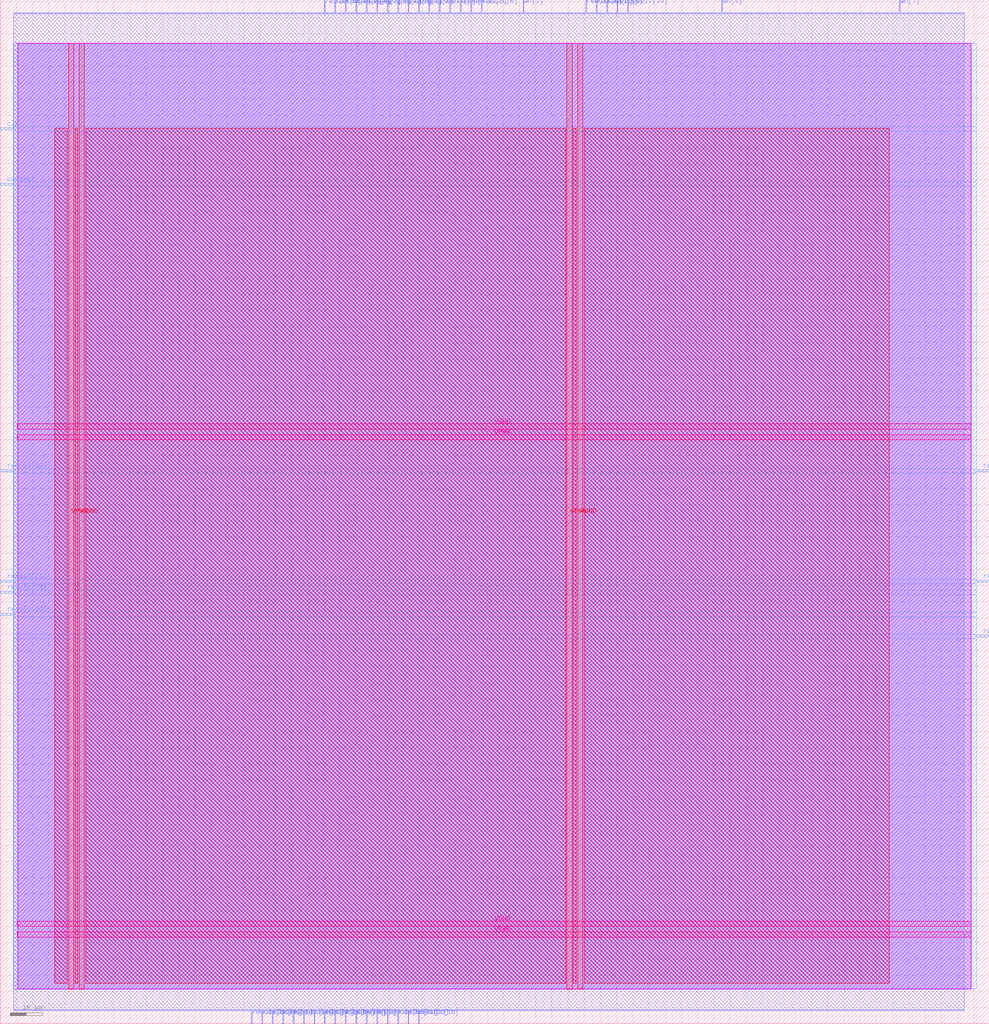
<source format=lef>
VERSION 5.7 ;
  NOWIREEXTENSIONATPIN ON ;
  DIVIDERCHAR "/" ;
  BUSBITCHARS "[]" ;
MACRO semi_cpu
  CLASS BLOCK ;
  FOREIGN semi_cpu ;
  ORIGIN 0.000 0.000 ;
  SIZE 304.755 BY 315.475 ;
  PIN VGND
    DIRECTION INOUT ;
    USE GROUND ;
    PORT
      LAYER met4 ;
        RECT 24.340 10.640 25.940 302.160 ;
    END
    PORT
      LAYER met4 ;
        RECT 177.940 10.640 179.540 302.160 ;
    END
    PORT
      LAYER met5 ;
        RECT 5.280 30.030 299.240 31.630 ;
    END
    PORT
      LAYER met5 ;
        RECT 5.280 183.210 299.240 184.810 ;
    END
  END VGND
  PIN VPWR
    DIRECTION INOUT ;
    USE POWER ;
    PORT
      LAYER met4 ;
        RECT 21.040 10.640 22.640 302.160 ;
    END
    PORT
      LAYER met4 ;
        RECT 174.640 10.640 176.240 302.160 ;
    END
    PORT
      LAYER met5 ;
        RECT 5.280 26.730 299.240 28.330 ;
    END
    PORT
      LAYER met5 ;
        RECT 5.280 179.910 299.240 181.510 ;
    END
  END VPWR
  PIN an[0]
    DIRECTION OUTPUT ;
    USE SIGNAL ;
    ANTENNADIFFAREA 0.795200 ;
    PORT
      LAYER met2 ;
        RECT 141.770 311.475 142.050 315.475 ;
    END
  END an[0]
  PIN an[1]
    DIRECTION OUTPUT ;
    USE SIGNAL ;
    ANTENNADIFFAREA 0.795200 ;
    PORT
      LAYER met2 ;
        RECT 138.550 311.475 138.830 315.475 ;
    END
  END an[1]
  PIN an[2]
    DIRECTION OUTPUT ;
    USE SIGNAL ;
    ANTENNADIFFAREA 0.445500 ;
    PORT
      LAYER met2 ;
        RECT 116.010 0.000 116.290 4.000 ;
    END
  END an[2]
  PIN an[3]
    DIRECTION OUTPUT ;
    USE SIGNAL ;
    ANTENNADIFFAREA 0.795200 ;
    PORT
      LAYER met2 ;
        RECT 161.090 311.475 161.370 315.475 ;
    END
  END an[3]
  PIN an[4]
    DIRECTION OUTPUT ;
    USE SIGNAL ;
    ANTENNADIFFAREA 0.795200 ;
    PORT
      LAYER met2 ;
        RECT 222.270 311.475 222.550 315.475 ;
    END
  END an[4]
  PIN an[5]
    DIRECTION OUTPUT ;
    USE SIGNAL ;
    ANTENNADIFFAREA 0.795200 ;
    PORT
      LAYER met2 ;
        RECT 190.070 311.475 190.350 315.475 ;
    END
  END an[5]
  PIN an[6]
    DIRECTION OUTPUT ;
    USE SIGNAL ;
    ANTENNADIFFAREA 0.445500 ;
    PORT
      LAYER met2 ;
        RECT 112.790 0.000 113.070 4.000 ;
    END
  END an[6]
  PIN an[7]
    DIRECTION OUTPUT ;
    USE SIGNAL ;
    ANTENNADIFFAREA 0.795200 ;
    PORT
      LAYER met2 ;
        RECT 277.010 311.475 277.290 315.475 ;
    END
  END an[7]
  PIN clk
    DIRECTION INPUT ;
    USE SIGNAL ;
    ANTENNAGATEAREA 0.852000 ;
    PORT
      LAYER met3 ;
        RECT 0.000 275.440 4.000 276.040 ;
    END
  END clk
  PIN control
    DIRECTION INPUT ;
    USE SIGNAL ;
    ANTENNAGATEAREA 0.126000 ;
    PORT
      LAYER met3 ;
        RECT 0.000 258.440 4.000 259.040 ;
    END
  END control
  PIN reset
    DIRECTION INPUT ;
    USE SIGNAL ;
    ANTENNAGATEAREA 0.247500 ;
    ANTENNADIFFAREA 0.434700 ;
    PORT
      LAYER met2 ;
        RECT 87.030 0.000 87.310 4.000 ;
    END
  END reset
  PIN result[0]
    DIRECTION OUTPUT ;
    USE SIGNAL ;
    ANTENNADIFFAREA 0.795200 ;
    PORT
      LAYER met2 ;
        RECT 106.350 311.475 106.630 315.475 ;
    END
  END result[0]
  PIN result[10]
    DIRECTION OUTPUT ;
    USE SIGNAL ;
    ANTENNADIFFAREA 0.795200 ;
    PORT
      LAYER met2 ;
        RECT 193.290 311.475 193.570 315.475 ;
    END
  END result[10]
  PIN result[11]
    DIRECTION OUTPUT ;
    USE SIGNAL ;
    ANTENNADIFFAREA 0.445500 ;
    PORT
      LAYER met3 ;
        RECT 300.755 170.040 304.755 170.640 ;
    END
  END result[11]
  PIN result[12]
    DIRECTION OUTPUT ;
    USE SIGNAL ;
    ANTENNADIFFAREA 0.445500 ;
    PORT
      LAYER met3 ;
        RECT 0.000 170.040 4.000 170.640 ;
    END
  END result[12]
  PIN result[13]
    DIRECTION OUTPUT ;
    USE SIGNAL ;
    ANTENNADIFFAREA 0.445500 ;
    PORT
      LAYER met3 ;
        RECT 300.755 136.040 304.755 136.640 ;
    END
  END result[13]
  PIN result[14]
    DIRECTION OUTPUT ;
    USE SIGNAL ;
    ANTENNADIFFAREA 0.445500 ;
    PORT
      LAYER met3 ;
        RECT 300.755 119.040 304.755 119.640 ;
    END
  END result[14]
  PIN result[15]
    DIRECTION OUTPUT ;
    USE SIGNAL ;
    ANTENNADIFFAREA 0.445500 ;
    PORT
      LAYER met2 ;
        RECT 119.230 0.000 119.510 4.000 ;
    END
  END result[15]
  PIN result[16]
    DIRECTION OUTPUT ;
    USE SIGNAL ;
    ANTENNADIFFAREA 0.445500 ;
    PORT
      LAYER met2 ;
        RECT 128.890 0.000 129.170 4.000 ;
    END
  END result[16]
  PIN result[17]
    DIRECTION OUTPUT ;
    USE SIGNAL ;
    ANTENNADIFFAREA 0.445500 ;
    PORT
      LAYER met2 ;
        RECT 122.450 0.000 122.730 4.000 ;
    END
  END result[17]
  PIN result[18]
    DIRECTION OUTPUT ;
    USE SIGNAL ;
    ANTENNADIFFAREA 0.445500 ;
    PORT
      LAYER met2 ;
        RECT 125.670 0.000 125.950 4.000 ;
    END
  END result[18]
  PIN result[19]
    DIRECTION OUTPUT ;
    USE SIGNAL ;
    ANTENNADIFFAREA 0.445500 ;
    PORT
      LAYER met2 ;
        RECT 103.130 0.000 103.410 4.000 ;
    END
  END result[19]
  PIN result[1]
    DIRECTION OUTPUT ;
    USE SIGNAL ;
    ANTENNADIFFAREA 0.795200 ;
    PORT
      LAYER met2 ;
        RECT 99.910 311.475 100.190 315.475 ;
    END
  END result[1]
  PIN result[20]
    DIRECTION OUTPUT ;
    USE SIGNAL ;
    ANTENNADIFFAREA 0.445500 ;
    PORT
      LAYER met3 ;
        RECT 0.000 125.840 4.000 126.440 ;
    END
  END result[20]
  PIN result[21]
    DIRECTION OUTPUT ;
    USE SIGNAL ;
    ANTENNADIFFAREA 0.445500 ;
    PORT
      LAYER met2 ;
        RECT 83.810 0.000 84.090 4.000 ;
    END
  END result[21]
  PIN result[22]
    DIRECTION OUTPUT ;
    USE SIGNAL ;
    ANTENNADIFFAREA 0.445500 ;
    PORT
      LAYER met2 ;
        RECT 96.690 0.000 96.970 4.000 ;
    END
  END result[22]
  PIN result[23]
    DIRECTION OUTPUT ;
    USE SIGNAL ;
    ANTENNADIFFAREA 0.445500 ;
    PORT
      LAYER met2 ;
        RECT 77.370 0.000 77.650 4.000 ;
    END
  END result[23]
  PIN result[24]
    DIRECTION OUTPUT ;
    USE SIGNAL ;
    ANTENNADIFFAREA 0.445500 ;
    PORT
      LAYER met2 ;
        RECT 99.910 0.000 100.190 4.000 ;
    END
  END result[24]
  PIN result[25]
    DIRECTION OUTPUT ;
    USE SIGNAL ;
    ANTENNADIFFAREA 0.445500 ;
    PORT
      LAYER met2 ;
        RECT 80.590 0.000 80.870 4.000 ;
    END
  END result[25]
  PIN result[26]
    DIRECTION OUTPUT ;
    USE SIGNAL ;
    ANTENNADIFFAREA 0.445500 ;
    PORT
      LAYER met2 ;
        RECT 90.250 0.000 90.530 4.000 ;
    END
  END result[26]
  PIN result[27]
    DIRECTION OUTPUT ;
    USE SIGNAL ;
    ANTENNADIFFAREA 0.445500 ;
    PORT
      LAYER met2 ;
        RECT 93.470 0.000 93.750 4.000 ;
    END
  END result[27]
  PIN result[28]
    DIRECTION OUTPUT ;
    USE SIGNAL ;
    ANTENNADIFFAREA 0.445500 ;
    PORT
      LAYER met3 ;
        RECT 0.000 132.640 4.000 133.240 ;
    END
  END result[28]
  PIN result[29]
    DIRECTION OUTPUT ;
    USE SIGNAL ;
    ANTENNADIFFAREA 0.445500 ;
    PORT
      LAYER met2 ;
        RECT 109.570 0.000 109.850 4.000 ;
    END
  END result[29]
  PIN result[2]
    DIRECTION OUTPUT ;
    USE SIGNAL ;
    ANTENNADIFFAREA 0.795200 ;
    PORT
      LAYER met2 ;
        RECT 103.130 311.475 103.410 315.475 ;
    END
  END result[2]
  PIN result[30]
    DIRECTION OUTPUT ;
    USE SIGNAL ;
    ANTENNADIFFAREA 0.445500 ;
    PORT
      LAYER met2 ;
        RECT 106.350 0.000 106.630 4.000 ;
    END
  END result[30]
  PIN result[31]
    DIRECTION OUTPUT ;
    USE SIGNAL ;
    ANTENNADIFFAREA 0.445500 ;
    PORT
      LAYER met3 ;
        RECT 0.000 136.040 4.000 136.640 ;
    END
  END result[31]
  PIN result[3]
    DIRECTION OUTPUT ;
    USE SIGNAL ;
    ANTENNADIFFAREA 0.795200 ;
    PORT
      LAYER met2 ;
        RECT 109.570 311.475 109.850 315.475 ;
    END
  END result[3]
  PIN result[4]
    DIRECTION OUTPUT ;
    USE SIGNAL ;
    ANTENNADIFFAREA 0.795200 ;
    PORT
      LAYER met2 ;
        RECT 135.330 311.475 135.610 315.475 ;
    END
  END result[4]
  PIN result[5]
    DIRECTION OUTPUT ;
    USE SIGNAL ;
    ANTENNADIFFAREA 0.795200 ;
    PORT
      LAYER met2 ;
        RECT 144.990 311.475 145.270 315.475 ;
    END
  END result[5]
  PIN result[6]
    DIRECTION OUTPUT ;
    USE SIGNAL ;
    ANTENNADIFFAREA 0.795200 ;
    PORT
      LAYER met2 ;
        RECT 148.210 311.475 148.490 315.475 ;
    END
  END result[6]
  PIN result[7]
    DIRECTION OUTPUT ;
    USE SIGNAL ;
    ANTENNADIFFAREA 0.795200 ;
    PORT
      LAYER met2 ;
        RECT 183.630 311.475 183.910 315.475 ;
    END
  END result[7]
  PIN result[8]
    DIRECTION OUTPUT ;
    USE SIGNAL ;
    ANTENNADIFFAREA 0.795200 ;
    PORT
      LAYER met2 ;
        RECT 186.850 311.475 187.130 315.475 ;
    END
  END result[8]
  PIN result[9]
    DIRECTION OUTPUT ;
    USE SIGNAL ;
    ANTENNADIFFAREA 0.795200 ;
    PORT
      LAYER met2 ;
        RECT 180.410 311.475 180.690 315.475 ;
    END
  END result[9]
  PIN seg[0]
    DIRECTION OUTPUT ;
    USE SIGNAL ;
    ANTENNADIFFAREA 0.795200 ;
    PORT
      LAYER met2 ;
        RECT 122.450 311.475 122.730 315.475 ;
    END
  END seg[0]
  PIN seg[1]
    DIRECTION OUTPUT ;
    USE SIGNAL ;
    ANTENNADIFFAREA 1.336500 ;
    PORT
      LAYER met2 ;
        RECT 132.110 311.475 132.390 315.475 ;
    END
  END seg[1]
  PIN seg[2]
    DIRECTION OUTPUT ;
    USE SIGNAL ;
    ANTENNADIFFAREA 0.795200 ;
    PORT
      LAYER met2 ;
        RECT 128.890 311.475 129.170 315.475 ;
    END
  END seg[2]
  PIN seg[3]
    DIRECTION OUTPUT ;
    USE SIGNAL ;
    ANTENNADIFFAREA 0.795200 ;
    PORT
      LAYER met2 ;
        RECT 116.010 311.475 116.290 315.475 ;
    END
  END seg[3]
  PIN seg[4]
    DIRECTION OUTPUT ;
    USE SIGNAL ;
    ANTENNADIFFAREA 0.795200 ;
    PORT
      LAYER met2 ;
        RECT 112.790 311.475 113.070 315.475 ;
    END
  END seg[4]
  PIN seg[5]
    DIRECTION OUTPUT ;
    USE SIGNAL ;
    ANTENNADIFFAREA 0.891000 ;
    PORT
      LAYER met2 ;
        RECT 125.670 311.475 125.950 315.475 ;
    END
  END seg[5]
  PIN seg[6]
    DIRECTION OUTPUT ;
    USE SIGNAL ;
    ANTENNADIFFAREA 0.795200 ;
    PORT
      LAYER met2 ;
        RECT 119.230 311.475 119.510 315.475 ;
    END
  END seg[6]
  OBS
      LAYER nwell ;
        RECT 5.330 10.795 299.190 302.110 ;
      LAYER li1 ;
        RECT 5.520 10.795 299.000 302.005 ;
      LAYER met1 ;
        RECT 4.210 10.640 299.000 302.160 ;
      LAYER met2 ;
        RECT 4.230 311.195 99.630 311.475 ;
        RECT 100.470 311.195 102.850 311.475 ;
        RECT 103.690 311.195 106.070 311.475 ;
        RECT 106.910 311.195 109.290 311.475 ;
        RECT 110.130 311.195 112.510 311.475 ;
        RECT 113.350 311.195 115.730 311.475 ;
        RECT 116.570 311.195 118.950 311.475 ;
        RECT 119.790 311.195 122.170 311.475 ;
        RECT 123.010 311.195 125.390 311.475 ;
        RECT 126.230 311.195 128.610 311.475 ;
        RECT 129.450 311.195 131.830 311.475 ;
        RECT 132.670 311.195 135.050 311.475 ;
        RECT 135.890 311.195 138.270 311.475 ;
        RECT 139.110 311.195 141.490 311.475 ;
        RECT 142.330 311.195 144.710 311.475 ;
        RECT 145.550 311.195 147.930 311.475 ;
        RECT 148.770 311.195 160.810 311.475 ;
        RECT 161.650 311.195 180.130 311.475 ;
        RECT 180.970 311.195 183.350 311.475 ;
        RECT 184.190 311.195 186.570 311.475 ;
        RECT 187.410 311.195 189.790 311.475 ;
        RECT 190.630 311.195 193.010 311.475 ;
        RECT 193.850 311.195 221.990 311.475 ;
        RECT 222.830 311.195 276.730 311.475 ;
        RECT 277.570 311.195 297.070 311.475 ;
        RECT 4.230 4.280 297.070 311.195 ;
        RECT 4.230 4.000 77.090 4.280 ;
        RECT 77.930 4.000 80.310 4.280 ;
        RECT 81.150 4.000 83.530 4.280 ;
        RECT 84.370 4.000 86.750 4.280 ;
        RECT 87.590 4.000 89.970 4.280 ;
        RECT 90.810 4.000 93.190 4.280 ;
        RECT 94.030 4.000 96.410 4.280 ;
        RECT 97.250 4.000 99.630 4.280 ;
        RECT 100.470 4.000 102.850 4.280 ;
        RECT 103.690 4.000 106.070 4.280 ;
        RECT 106.910 4.000 109.290 4.280 ;
        RECT 110.130 4.000 112.510 4.280 ;
        RECT 113.350 4.000 115.730 4.280 ;
        RECT 116.570 4.000 118.950 4.280 ;
        RECT 119.790 4.000 122.170 4.280 ;
        RECT 123.010 4.000 125.390 4.280 ;
        RECT 126.230 4.000 128.610 4.280 ;
        RECT 129.450 4.000 297.070 4.280 ;
      LAYER met3 ;
        RECT 3.990 276.440 300.755 302.085 ;
        RECT 4.400 275.040 300.755 276.440 ;
        RECT 3.990 259.440 300.755 275.040 ;
        RECT 4.400 258.040 300.755 259.440 ;
        RECT 3.990 171.040 300.755 258.040 ;
        RECT 4.400 169.640 300.355 171.040 ;
        RECT 3.990 137.040 300.755 169.640 ;
        RECT 4.400 135.640 300.355 137.040 ;
        RECT 3.990 133.640 300.755 135.640 ;
        RECT 4.400 132.240 300.755 133.640 ;
        RECT 3.990 126.840 300.755 132.240 ;
        RECT 4.400 125.440 300.755 126.840 ;
        RECT 3.990 120.040 300.755 125.440 ;
        RECT 3.990 118.640 300.355 120.040 ;
        RECT 3.990 10.715 300.755 118.640 ;
      LAYER met4 ;
        RECT 16.855 12.415 20.640 275.905 ;
        RECT 23.040 12.415 23.940 275.905 ;
        RECT 26.340 12.415 174.240 275.905 ;
        RECT 176.640 12.415 177.540 275.905 ;
        RECT 179.940 12.415 273.865 275.905 ;
  END
END semi_cpu
END LIBRARY


</source>
